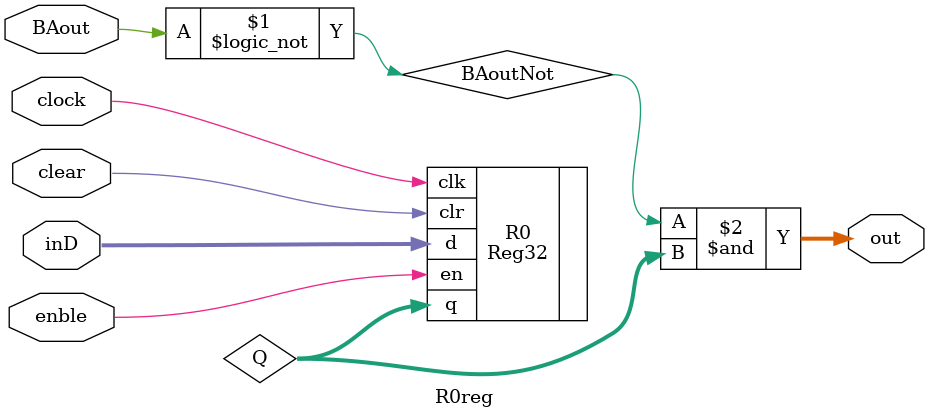
<source format=v>
module R0reg(
    input [31:0] inD,
    input clear, clock, enble, BAout,
    output [31:0] out
    );
    wire [31:0] Q;

    Reg32 R0(.clr(clear), .clk(clock), .en(enble), .d(inD), .q(Q));

    wire BAoutNot = !BAout;

    assign out = BAoutNot & Q;

endmodule 
</source>
